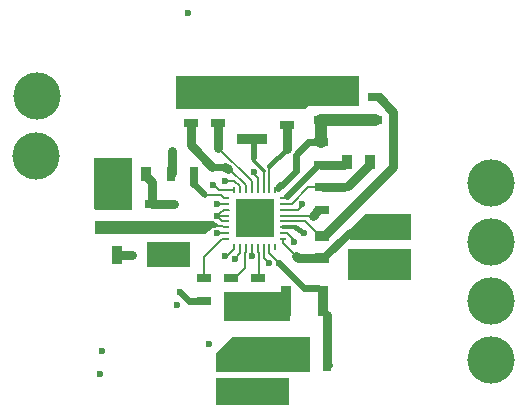
<source format=gbl>
G04*
G04 #@! TF.GenerationSoftware,Altium Limited,Altium Designer,23.8.1 (32)*
G04*
G04 Layer_Physical_Order=6*
G04 Layer_Color=16711680*
%FSLAX44Y44*%
%MOMM*%
G71*
G04*
G04 #@! TF.SameCoordinates,A0AAC8ED-579F-4978-B833-FADF31FD8843*
G04*
G04*
G04 #@! TF.FilePolarity,Positive*
G04*
G01*
G75*
%ADD10C,0.2000*%
%ADD14R,1.3000X0.9000*%
%ADD15R,1.3000X0.7000*%
%ADD16R,0.9000X1.3000*%
%ADD17R,0.9000X2.5000*%
%ADD18C,0.3000*%
%ADD26C,0.6000*%
%ADD27C,0.8000*%
%ADD28C,1.0000*%
%ADD29C,0.5000*%
%ADD30C,0.7000*%
%ADD32C,0.4000*%
%ADD33C,4.0000*%
%ADD34C,0.6000*%
%ADD40R,3.3000X3.3000*%
%ADD41R,0.6000X0.2300*%
%ADD42R,0.2300X0.6000*%
%ADD43R,0.9000X1.6000*%
%ADD44R,0.7000X1.3000*%
%ADD45R,2.5000X0.9000*%
G36*
X338000Y345000D02*
X295000D01*
X293000Y343000D01*
X183000D01*
Y371000D01*
X338000D01*
Y345000D01*
D02*
G37*
G36*
X146000Y257000D02*
X116000D01*
X114000Y259000D01*
Y301000D01*
X146000D01*
Y257000D01*
D02*
G37*
G36*
X219607Y244394D02*
X219392Y243143D01*
X214989Y241660D01*
X208000Y237000D01*
X115000D01*
Y248000D01*
X215000D01*
X219607Y244394D01*
D02*
G37*
G36*
X382000Y232000D02*
X331000D01*
Y240000D01*
X330707Y240293D01*
X331000Y241000D01*
X344000Y254000D01*
X382000D01*
Y232000D01*
D02*
G37*
G36*
X195000Y209000D02*
X159000D01*
Y230000D01*
X195000D01*
Y209000D01*
D02*
G37*
G36*
X382000Y198000D02*
X329000D01*
Y224000D01*
X382000D01*
Y198000D01*
D02*
G37*
G36*
X280000Y163000D02*
X224000D01*
Y188000D01*
X280000D01*
Y163000D01*
D02*
G37*
G36*
X297000Y120000D02*
X217000D01*
Y136000D01*
X231000Y150000D01*
X297000D01*
Y120000D01*
D02*
G37*
G36*
X279000Y92000D02*
X217000D01*
Y115000D01*
X279000D01*
Y92000D01*
D02*
G37*
%LPC*%
G36*
X336000Y220559D02*
X334830Y220326D01*
X333838Y219663D01*
X333837Y219663D01*
X333174Y218670D01*
X332941Y217500D01*
X333174Y216329D01*
X333837Y215337D01*
X334829Y214674D01*
X336000Y214441D01*
X337170Y214674D01*
X338163Y215337D01*
X338163Y215337D01*
X338826Y216330D01*
X339059Y217500D01*
X338826Y218671D01*
X338163Y219663D01*
X337171Y220326D01*
X336000Y220559D01*
D02*
G37*
%LPD*%
D10*
X225850Y242650D02*
X226000Y242500D01*
X216656Y244580D02*
X226000Y242500D01*
X187000Y243500D02*
X188500Y245000D01*
X139500Y244000D02*
X140000Y243500D01*
X274000Y247500D02*
X293000D01*
X305000Y235500D01*
X352000Y352500D02*
X355000D01*
X305000Y235500D02*
X309000D01*
X274000Y229000D02*
X285000Y218000D01*
X309000Y216500D02*
X312500Y220000D01*
X347500Y296000D02*
Y298000D01*
X348500Y297000D01*
X326765Y277765D02*
X329265D01*
X326000Y277000D02*
X326765Y277765D01*
X249000Y287918D02*
Y289000D01*
X252500Y274000D02*
Y284418D01*
X307000Y276500D02*
X307500Y277000D01*
X295500Y276500D02*
X307000D01*
X281500Y262500D02*
X295500Y276500D01*
X274000Y262500D02*
X281500D01*
X274000Y229000D02*
Y232500D01*
X307000Y216500D02*
X309000D01*
X249000Y287918D02*
X252500Y284418D01*
X226000Y257500D02*
X227850D01*
X224150D02*
X226000D01*
X223393Y256743D02*
X224150Y257500D01*
X222743Y256743D02*
X223393D01*
X218500Y252500D02*
X226000D01*
X218500D02*
X222743Y256743D01*
X224150Y247500D02*
X226000D01*
X223393Y248257D02*
X224150Y247500D01*
X222743Y248257D02*
X223393D01*
X218500Y252500D02*
X222743Y248257D01*
X58473Y354000D02*
X66000D01*
X336000Y217500D02*
X336000Y217500D01*
X257500Y274000D02*
Y290500D01*
X249000Y302000D02*
X249743Y301257D01*
X254000Y317500D02*
X257500Y314000D01*
X248000Y317500D02*
X254000D01*
X248000D02*
X249000Y316500D01*
X262500Y220500D02*
X271000Y212000D01*
X262500Y220500D02*
Y226000D01*
X311500Y127000D02*
Y127500D01*
X314000Y130000D01*
X282235Y230765D02*
X283000Y230000D01*
X277542Y237350D02*
X282235Y232658D01*
X221650Y270000D02*
X224000Y267650D01*
X208000Y270000D02*
X221650D01*
X219485Y274000D02*
X232500D01*
X215485Y278000D02*
X219485Y274000D01*
X215000Y278000D02*
X215485D01*
X224000Y267650D02*
X225850D01*
X226000Y267500D01*
X286432Y257350D02*
X290000Y260918D01*
X274150Y257350D02*
X286432D01*
X271500Y278000D02*
X273000D01*
X267500Y275850D02*
X267650Y276000D01*
X269500D01*
X267500Y274000D02*
Y275850D01*
X242350Y274150D02*
X242500Y274000D01*
X242350Y274150D02*
Y278200D01*
X225000Y282000D02*
X232893D01*
X237350Y277542D01*
X229315Y291235D02*
X242350Y278200D01*
X237350Y274150D02*
Y277542D01*
X247350Y274150D02*
Y281650D01*
X219000Y310000D02*
X247350Y281650D01*
X274000Y252500D02*
X299000D01*
X237350Y274150D02*
X237500Y274000D01*
X247350Y274150D02*
X247500Y274000D01*
X262500D02*
Y294175D01*
X290000Y260918D02*
Y262000D01*
X274000Y257500D02*
X274150Y257350D01*
X326000Y295500D02*
X328500Y298000D01*
X300500Y292150D02*
Y293000D01*
X303000Y295500D01*
X306000D01*
X274000Y267500D02*
X275850D01*
X257500Y216500D02*
X262000Y212000D01*
X257500Y216500D02*
Y226000D01*
X304000Y257500D02*
X307000D01*
X274000Y237500D02*
X274150Y237350D01*
X277542D01*
X282235Y230765D02*
Y232658D01*
X252650Y221836D02*
X253500Y220985D01*
X252500Y226000D02*
X252650Y225850D01*
Y221836D02*
Y225850D01*
X253500Y200000D02*
Y220985D01*
X253000Y199500D02*
X253500Y200000D01*
X242350Y225850D02*
X242500Y226000D01*
X242350Y221835D02*
Y225850D01*
X241500Y220985D02*
X242350Y221835D01*
X241500Y208000D02*
Y220985D01*
X233000Y199500D02*
X241500Y208000D01*
X230000Y199500D02*
X233000D01*
X233000Y216000D02*
X237500Y220500D01*
Y226000D01*
X225850Y232350D02*
X226000Y232500D01*
X207000Y217000D02*
X222350Y232350D01*
X225850D01*
X207000Y199500D02*
Y217000D01*
X232500Y224150D02*
Y226000D01*
X225765Y218765D02*
X227115D01*
X232500Y224150D01*
X225000Y218000D02*
X225765Y218765D01*
X242500Y226000D02*
X242500Y226000D01*
X247500Y218500D02*
Y226000D01*
X218500Y237500D02*
X226000D01*
X218500Y262500D02*
X226000D01*
X198500Y288000D02*
X198850Y287650D01*
X267500Y224150D02*
Y226000D01*
D14*
X140000Y262500D02*
D03*
Y243500D02*
D03*
X307000Y216500D02*
D03*
Y235500D02*
D03*
X336000Y236500D02*
D03*
Y217500D02*
D03*
D15*
X306000Y314500D02*
D03*
Y295500D02*
D03*
X187000Y243500D02*
D03*
Y224500D02*
D03*
X163000Y243500D02*
D03*
Y262500D02*
D03*
X207000Y199500D02*
D03*
Y180500D02*
D03*
X230000Y199500D02*
D03*
Y180500D02*
D03*
X253000Y199500D02*
D03*
Y180500D02*
D03*
X307000Y257500D02*
D03*
Y276500D02*
D03*
X224000Y110500D02*
D03*
Y129500D02*
D03*
X271000Y110500D02*
D03*
Y129500D02*
D03*
X352000Y333500D02*
D03*
Y352500D02*
D03*
X329000Y333500D02*
D03*
Y352500D02*
D03*
X306000D02*
D03*
Y333500D02*
D03*
X277000Y348500D02*
D03*
Y329500D02*
D03*
X219000Y330500D02*
D03*
Y349500D02*
D03*
X196000Y330500D02*
D03*
Y349500D02*
D03*
D16*
X158000Y288000D02*
D03*
X139000D02*
D03*
X347500Y298000D02*
D03*
X328500D02*
D03*
D17*
X307500Y180000D02*
D03*
X276500D02*
D03*
D18*
X274000Y242500D02*
X284500D01*
X249743Y298257D02*
X257500Y290500D01*
X249743Y298257D02*
Y301257D01*
D26*
X311500Y127000D02*
X312500Y126000D01*
X307500Y172000D02*
Y180000D01*
Y172000D02*
X311500Y168000D01*
X291500Y191500D02*
X304000D01*
X307500Y188000D01*
Y180000D02*
Y188000D01*
X271000Y212000D02*
X291500Y191500D01*
X214000Y294000D02*
X225000D01*
X295500Y314500D02*
X306000D01*
X285000Y304000D02*
X295500Y314500D01*
X285000Y290000D02*
Y304000D01*
X273000Y278000D02*
X285000Y290000D01*
X269500Y276000D02*
X271500Y278000D01*
X194500Y180500D02*
X207000D01*
X187000Y188000D02*
X194500Y180500D01*
X277000Y269000D02*
X301650Y293650D01*
D27*
X133500Y219000D02*
X146000D01*
X146000Y219000D01*
X355000Y352500D02*
X367000Y340500D01*
X309000Y235500D02*
X367000Y293500D01*
Y340500D01*
X285000Y218000D02*
X286500Y216500D01*
X307000D01*
X329500Y236500D02*
X336000D01*
X329265Y277765D02*
X347500Y296000D01*
X307500Y277000D02*
X326000D01*
X311500Y127500D02*
Y168000D01*
X225000Y294000D02*
X227000Y292000D01*
X196000Y312000D02*
X214000Y294000D01*
X219000Y310000D02*
Y330500D01*
X196000Y312000D02*
Y330500D01*
X163000Y262500D02*
X181500D01*
X179500Y288000D02*
X180000Y288500D01*
Y307000D01*
X299000Y252500D02*
X304000Y257500D01*
X164500Y219000D02*
Y221000D01*
X158000Y286000D02*
Y288000D01*
X163000Y262500D02*
Y281000D01*
X158000Y286000D02*
X163000Y281000D01*
X277000Y308675D02*
Y329500D01*
X306000Y295500D02*
X326000D01*
D28*
X306000Y314500D02*
Y333500D01*
X329000D02*
X352000D01*
X306000D02*
X329000D01*
D29*
X249000Y302000D02*
Y316500D01*
X198500Y279500D02*
X208000Y270000D01*
D30*
X309000Y216500D02*
X329500Y236500D01*
X198500Y279500D02*
Y288000D01*
D32*
X284500Y242500D02*
X292000Y238000D01*
X262500Y294175D02*
X277000Y308675D01*
D33*
X450000Y230000D02*
D03*
Y280000D02*
D03*
X65000Y303000D02*
D03*
X66000Y354000D02*
D03*
X450000Y180000D02*
D03*
X450000Y130000D02*
D03*
D34*
X146000Y219000D02*
D03*
X120000Y244000D02*
D03*
X285000Y218000D02*
D03*
X275000Y171000D02*
D03*
X334000Y367000D02*
D03*
X313000Y366000D02*
D03*
X326000Y277000D02*
D03*
X291000Y366000D02*
D03*
X269000Y363000D02*
D03*
X265000Y99000D02*
D03*
X249000Y289000D02*
D03*
X248000Y365000D02*
D03*
X213000Y366000D02*
D03*
X121000Y294000D02*
D03*
X122000Y279000D02*
D03*
X123000Y263000D02*
D03*
X218500Y252500D02*
D03*
X250000Y96000D02*
D03*
X184000Y177000D02*
D03*
X211000Y144000D02*
D03*
X292000Y238000D02*
D03*
X336000Y202000D02*
D03*
X193275Y423675D02*
D03*
X249000Y302000D02*
D03*
X271000Y212000D02*
D03*
X283000Y230000D02*
D03*
X233000Y216000D02*
D03*
X215000Y278000D02*
D03*
X119000Y118000D02*
D03*
X227000Y292000D02*
D03*
X225000Y282000D02*
D03*
X181500Y262500D02*
D03*
X120595Y137825D02*
D03*
X180000Y307000D02*
D03*
X187000Y188000D02*
D03*
X265000Y145000D02*
D03*
X188000Y222000D02*
D03*
X290000Y262000D02*
D03*
X262000Y212000D02*
D03*
X225000Y218000D02*
D03*
X247500Y218500D02*
D03*
X218500Y237500D02*
D03*
Y262500D02*
D03*
D40*
X250000Y250000D02*
D03*
D41*
X274000Y267500D02*
D03*
Y262500D02*
D03*
Y257500D02*
D03*
Y252500D02*
D03*
Y247500D02*
D03*
Y242500D02*
D03*
Y237500D02*
D03*
Y232500D02*
D03*
X226000D02*
D03*
Y237500D02*
D03*
Y242500D02*
D03*
Y247500D02*
D03*
Y252500D02*
D03*
Y257500D02*
D03*
Y262500D02*
D03*
Y267500D02*
D03*
D42*
X267500Y226000D02*
D03*
X262500D02*
D03*
X257500D02*
D03*
X252500D02*
D03*
X247500D02*
D03*
X242500D02*
D03*
X237500D02*
D03*
X232500D02*
D03*
Y274000D02*
D03*
X237500D02*
D03*
X242500D02*
D03*
X247500D02*
D03*
X252500D02*
D03*
X257500D02*
D03*
X262500D02*
D03*
X267500D02*
D03*
D43*
X133500Y219000D02*
D03*
X164500D02*
D03*
D44*
X179500Y288000D02*
D03*
X198500D02*
D03*
X292500Y127000D02*
D03*
X311500D02*
D03*
D45*
X367000Y248500D02*
D03*
Y217500D02*
D03*
X248000Y317500D02*
D03*
Y348500D02*
D03*
M02*

</source>
